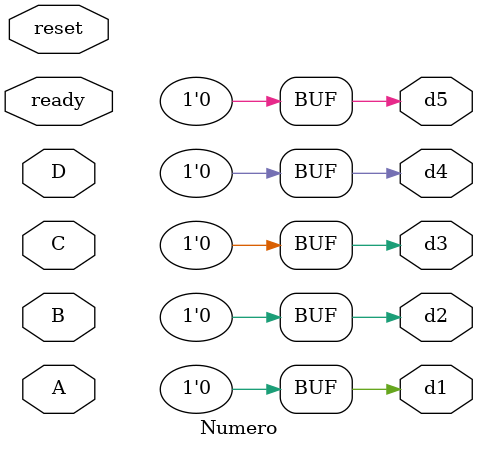
<source format=v>
module Numero(A, B, C, D, d1, d2, d3, d4, d5, reset, ready);//parametros
	input wire A, B, C, D, reset, ready;//entradas como fios, já que vão passar os valores para a equação
	output reg d1, d2, d3, d4, d5;//saidas como registradores, já que irão guardar os valores da equação
	always @(reset) begin//bloco always que é executado sempre quando o reset for 1
		d1 <= 0;
		d2 <= 0;
		d3 <= 0;
		d4 <= 0;
		d5 <= 0;
	end//fim do bloco always
	always @(ready) begin//bloco always que é executado sempre quando o ready for 1
		if(~reset) begin//só executa quando o ready for 1 e o reset for 0
			d5 <= (B & ~C) | (~A & ~C & D) | (~B & C);//display 5 com sua equacao
			d4 <= (B & ~C) | (~B & C) | (C & ~D);//display 4 com sua equacao
			d3 <= (B) | (C & D);//display 3 com sua equacao
			d2 <= (B) | (A & ~C & ~D);//display 2 com sua equacao
			d1 <= (A) | (B & D) | (B & C);//display 1 com sua equacao
		end//fim da condição
	end//fim bloco always
endmodule//fim modulo
</source>
